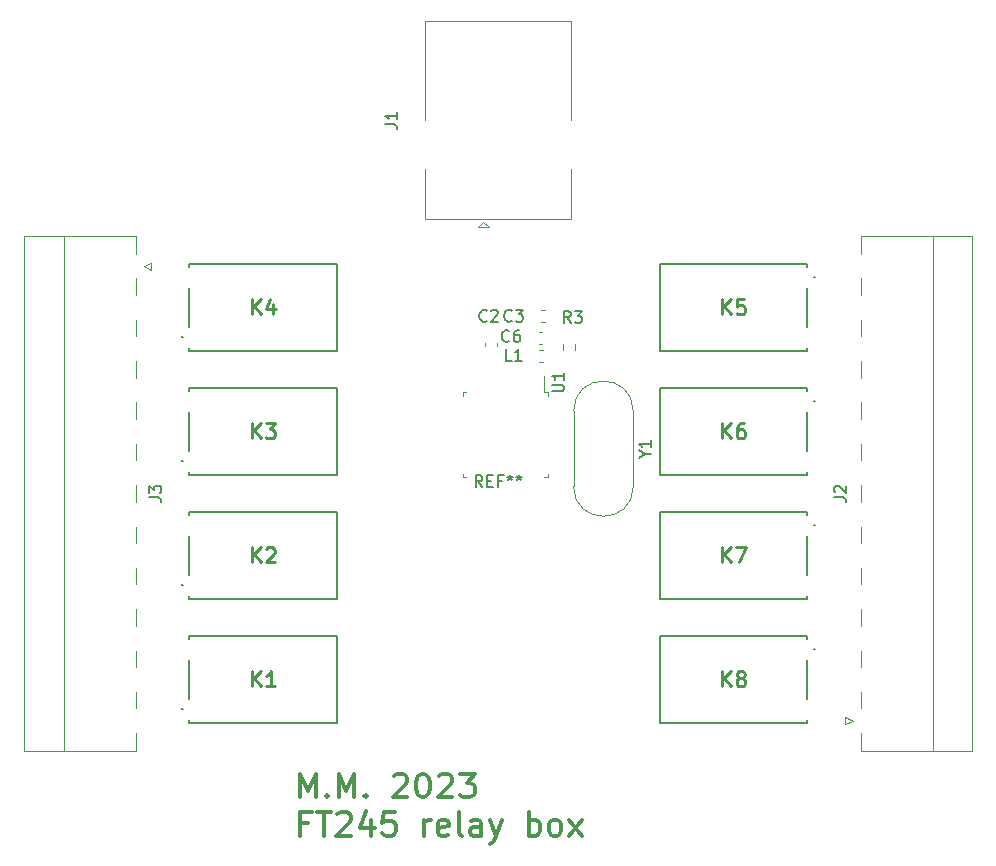
<source format=gbr>
%TF.GenerationSoftware,KiCad,Pcbnew,7.99.0-unknown-c06cea2fe9~166~ubuntu22.04.1*%
%TF.CreationDate,2023-02-26T22:53:06+01:00*%
%TF.ProjectId,FT245 relay,46543234-3520-4726-956c-61792e6b6963,rev?*%
%TF.SameCoordinates,Original*%
%TF.FileFunction,Legend,Top*%
%TF.FilePolarity,Positive*%
%FSLAX46Y46*%
G04 Gerber Fmt 4.6, Leading zero omitted, Abs format (unit mm)*
G04 Created by KiCad (PCBNEW 7.99.0-unknown-c06cea2fe9~166~ubuntu22.04.1) date 2023-02-26 22:53:06*
%MOMM*%
%LPD*%
G01*
G04 APERTURE LIST*
%ADD10C,0.300000*%
%ADD11C,0.150000*%
%ADD12C,0.254000*%
%ADD13C,0.120000*%
%ADD14C,0.200000*%
G04 APERTURE END LIST*
D10*
X-16748809Y-25740238D02*
X-16748809Y-23740238D01*
X-16748809Y-23740238D02*
X-16082142Y-25168809D01*
X-16082142Y-25168809D02*
X-15415476Y-23740238D01*
X-15415476Y-23740238D02*
X-15415476Y-25740238D01*
X-14463095Y-25549761D02*
X-14367857Y-25645000D01*
X-14367857Y-25645000D02*
X-14463095Y-25740238D01*
X-14463095Y-25740238D02*
X-14558333Y-25645000D01*
X-14558333Y-25645000D02*
X-14463095Y-25549761D01*
X-14463095Y-25549761D02*
X-14463095Y-25740238D01*
X-13510714Y-25740238D02*
X-13510714Y-23740238D01*
X-13510714Y-23740238D02*
X-12844047Y-25168809D01*
X-12844047Y-25168809D02*
X-12177381Y-23740238D01*
X-12177381Y-23740238D02*
X-12177381Y-25740238D01*
X-11225000Y-25549761D02*
X-11129762Y-25645000D01*
X-11129762Y-25645000D02*
X-11225000Y-25740238D01*
X-11225000Y-25740238D02*
X-11320238Y-25645000D01*
X-11320238Y-25645000D02*
X-11225000Y-25549761D01*
X-11225000Y-25549761D02*
X-11225000Y-25740238D01*
X-8844047Y-23930714D02*
X-8748809Y-23835476D01*
X-8748809Y-23835476D02*
X-8558333Y-23740238D01*
X-8558333Y-23740238D02*
X-8082142Y-23740238D01*
X-8082142Y-23740238D02*
X-7891666Y-23835476D01*
X-7891666Y-23835476D02*
X-7796428Y-23930714D01*
X-7796428Y-23930714D02*
X-7701190Y-24121190D01*
X-7701190Y-24121190D02*
X-7701190Y-24311666D01*
X-7701190Y-24311666D02*
X-7796428Y-24597380D01*
X-7796428Y-24597380D02*
X-8939285Y-25740238D01*
X-8939285Y-25740238D02*
X-7701190Y-25740238D01*
X-6463095Y-23740238D02*
X-6272618Y-23740238D01*
X-6272618Y-23740238D02*
X-6082142Y-23835476D01*
X-6082142Y-23835476D02*
X-5986904Y-23930714D01*
X-5986904Y-23930714D02*
X-5891666Y-24121190D01*
X-5891666Y-24121190D02*
X-5796428Y-24502142D01*
X-5796428Y-24502142D02*
X-5796428Y-24978333D01*
X-5796428Y-24978333D02*
X-5891666Y-25359285D01*
X-5891666Y-25359285D02*
X-5986904Y-25549761D01*
X-5986904Y-25549761D02*
X-6082142Y-25645000D01*
X-6082142Y-25645000D02*
X-6272618Y-25740238D01*
X-6272618Y-25740238D02*
X-6463095Y-25740238D01*
X-6463095Y-25740238D02*
X-6653571Y-25645000D01*
X-6653571Y-25645000D02*
X-6748809Y-25549761D01*
X-6748809Y-25549761D02*
X-6844047Y-25359285D01*
X-6844047Y-25359285D02*
X-6939285Y-24978333D01*
X-6939285Y-24978333D02*
X-6939285Y-24502142D01*
X-6939285Y-24502142D02*
X-6844047Y-24121190D01*
X-6844047Y-24121190D02*
X-6748809Y-23930714D01*
X-6748809Y-23930714D02*
X-6653571Y-23835476D01*
X-6653571Y-23835476D02*
X-6463095Y-23740238D01*
X-5034523Y-23930714D02*
X-4939285Y-23835476D01*
X-4939285Y-23835476D02*
X-4748809Y-23740238D01*
X-4748809Y-23740238D02*
X-4272618Y-23740238D01*
X-4272618Y-23740238D02*
X-4082142Y-23835476D01*
X-4082142Y-23835476D02*
X-3986904Y-23930714D01*
X-3986904Y-23930714D02*
X-3891666Y-24121190D01*
X-3891666Y-24121190D02*
X-3891666Y-24311666D01*
X-3891666Y-24311666D02*
X-3986904Y-24597380D01*
X-3986904Y-24597380D02*
X-5129761Y-25740238D01*
X-5129761Y-25740238D02*
X-3891666Y-25740238D01*
X-3224999Y-23740238D02*
X-1986904Y-23740238D01*
X-1986904Y-23740238D02*
X-2653571Y-24502142D01*
X-2653571Y-24502142D02*
X-2367856Y-24502142D01*
X-2367856Y-24502142D02*
X-2177380Y-24597380D01*
X-2177380Y-24597380D02*
X-2082142Y-24692619D01*
X-2082142Y-24692619D02*
X-1986904Y-24883095D01*
X-1986904Y-24883095D02*
X-1986904Y-25359285D01*
X-1986904Y-25359285D02*
X-2082142Y-25549761D01*
X-2082142Y-25549761D02*
X-2177380Y-25645000D01*
X-2177380Y-25645000D02*
X-2367856Y-25740238D01*
X-2367856Y-25740238D02*
X-2939285Y-25740238D01*
X-2939285Y-25740238D02*
X-3129761Y-25645000D01*
X-3129761Y-25645000D02*
X-3224999Y-25549761D01*
X-16082142Y-27932619D02*
X-16748809Y-27932619D01*
X-16748809Y-28980238D02*
X-16748809Y-26980238D01*
X-16748809Y-26980238D02*
X-15796428Y-26980238D01*
X-15320237Y-26980238D02*
X-14177380Y-26980238D01*
X-14748809Y-28980238D02*
X-14748809Y-26980238D01*
X-13605951Y-27170714D02*
X-13510713Y-27075476D01*
X-13510713Y-27075476D02*
X-13320237Y-26980238D01*
X-13320237Y-26980238D02*
X-12844046Y-26980238D01*
X-12844046Y-26980238D02*
X-12653570Y-27075476D01*
X-12653570Y-27075476D02*
X-12558332Y-27170714D01*
X-12558332Y-27170714D02*
X-12463094Y-27361190D01*
X-12463094Y-27361190D02*
X-12463094Y-27551666D01*
X-12463094Y-27551666D02*
X-12558332Y-27837380D01*
X-12558332Y-27837380D02*
X-13701189Y-28980238D01*
X-13701189Y-28980238D02*
X-12463094Y-28980238D01*
X-10748808Y-27646904D02*
X-10748808Y-28980238D01*
X-11224999Y-26885000D02*
X-11701189Y-28313571D01*
X-11701189Y-28313571D02*
X-10463094Y-28313571D01*
X-8748808Y-26980238D02*
X-9701189Y-26980238D01*
X-9701189Y-26980238D02*
X-9796427Y-27932619D01*
X-9796427Y-27932619D02*
X-9701189Y-27837380D01*
X-9701189Y-27837380D02*
X-9510713Y-27742142D01*
X-9510713Y-27742142D02*
X-9034522Y-27742142D01*
X-9034522Y-27742142D02*
X-8844046Y-27837380D01*
X-8844046Y-27837380D02*
X-8748808Y-27932619D01*
X-8748808Y-27932619D02*
X-8653570Y-28123095D01*
X-8653570Y-28123095D02*
X-8653570Y-28599285D01*
X-8653570Y-28599285D02*
X-8748808Y-28789761D01*
X-8748808Y-28789761D02*
X-8844046Y-28885000D01*
X-8844046Y-28885000D02*
X-9034522Y-28980238D01*
X-9034522Y-28980238D02*
X-9510713Y-28980238D01*
X-9510713Y-28980238D02*
X-9701189Y-28885000D01*
X-9701189Y-28885000D02*
X-9796427Y-28789761D01*
X-6272617Y-28980238D02*
X-6272617Y-27646904D01*
X-6272617Y-28027857D02*
X-6177379Y-27837380D01*
X-6177379Y-27837380D02*
X-6082141Y-27742142D01*
X-6082141Y-27742142D02*
X-5891665Y-27646904D01*
X-5891665Y-27646904D02*
X-5701188Y-27646904D01*
X-4272617Y-28885000D02*
X-4463093Y-28980238D01*
X-4463093Y-28980238D02*
X-4844046Y-28980238D01*
X-4844046Y-28980238D02*
X-5034522Y-28885000D01*
X-5034522Y-28885000D02*
X-5129760Y-28694523D01*
X-5129760Y-28694523D02*
X-5129760Y-27932619D01*
X-5129760Y-27932619D02*
X-5034522Y-27742142D01*
X-5034522Y-27742142D02*
X-4844046Y-27646904D01*
X-4844046Y-27646904D02*
X-4463093Y-27646904D01*
X-4463093Y-27646904D02*
X-4272617Y-27742142D01*
X-4272617Y-27742142D02*
X-4177379Y-27932619D01*
X-4177379Y-27932619D02*
X-4177379Y-28123095D01*
X-4177379Y-28123095D02*
X-5129760Y-28313571D01*
X-3034522Y-28980238D02*
X-3224998Y-28885000D01*
X-3224998Y-28885000D02*
X-3320236Y-28694523D01*
X-3320236Y-28694523D02*
X-3320236Y-26980238D01*
X-1415474Y-28980238D02*
X-1415474Y-27932619D01*
X-1415474Y-27932619D02*
X-1510712Y-27742142D01*
X-1510712Y-27742142D02*
X-1701188Y-27646904D01*
X-1701188Y-27646904D02*
X-2082141Y-27646904D01*
X-2082141Y-27646904D02*
X-2272617Y-27742142D01*
X-1415474Y-28885000D02*
X-1605950Y-28980238D01*
X-1605950Y-28980238D02*
X-2082141Y-28980238D01*
X-2082141Y-28980238D02*
X-2272617Y-28885000D01*
X-2272617Y-28885000D02*
X-2367855Y-28694523D01*
X-2367855Y-28694523D02*
X-2367855Y-28504047D01*
X-2367855Y-28504047D02*
X-2272617Y-28313571D01*
X-2272617Y-28313571D02*
X-2082141Y-28218333D01*
X-2082141Y-28218333D02*
X-1605950Y-28218333D01*
X-1605950Y-28218333D02*
X-1415474Y-28123095D01*
X-653569Y-27646904D02*
X-177379Y-28980238D01*
X298811Y-27646904D02*
X-177379Y-28980238D01*
X-177379Y-28980238D02*
X-367855Y-29456428D01*
X-367855Y-29456428D02*
X-463093Y-29551666D01*
X-463093Y-29551666D02*
X-653569Y-29646904D01*
X2584526Y-28980238D02*
X2584526Y-26980238D01*
X2584526Y-27742142D02*
X2775002Y-27646904D01*
X2775002Y-27646904D02*
X3155955Y-27646904D01*
X3155955Y-27646904D02*
X3346431Y-27742142D01*
X3346431Y-27742142D02*
X3441669Y-27837380D01*
X3441669Y-27837380D02*
X3536907Y-28027857D01*
X3536907Y-28027857D02*
X3536907Y-28599285D01*
X3536907Y-28599285D02*
X3441669Y-28789761D01*
X3441669Y-28789761D02*
X3346431Y-28885000D01*
X3346431Y-28885000D02*
X3155955Y-28980238D01*
X3155955Y-28980238D02*
X2775002Y-28980238D01*
X2775002Y-28980238D02*
X2584526Y-28885000D01*
X4679764Y-28980238D02*
X4489288Y-28885000D01*
X4489288Y-28885000D02*
X4394050Y-28789761D01*
X4394050Y-28789761D02*
X4298812Y-28599285D01*
X4298812Y-28599285D02*
X4298812Y-28027857D01*
X4298812Y-28027857D02*
X4394050Y-27837380D01*
X4394050Y-27837380D02*
X4489288Y-27742142D01*
X4489288Y-27742142D02*
X4679764Y-27646904D01*
X4679764Y-27646904D02*
X4965479Y-27646904D01*
X4965479Y-27646904D02*
X5155955Y-27742142D01*
X5155955Y-27742142D02*
X5251193Y-27837380D01*
X5251193Y-27837380D02*
X5346431Y-28027857D01*
X5346431Y-28027857D02*
X5346431Y-28599285D01*
X5346431Y-28599285D02*
X5251193Y-28789761D01*
X5251193Y-28789761D02*
X5155955Y-28885000D01*
X5155955Y-28885000D02*
X4965479Y-28980238D01*
X4965479Y-28980238D02*
X4679764Y-28980238D01*
X6013098Y-28980238D02*
X7060717Y-27646904D01*
X6013098Y-27646904D02*
X7060717Y-28980238D01*
D11*
%TO.C,REF\u002A\u002A*%
X-1333333Y537380D02*
X-1666666Y1013571D01*
X-1904761Y537380D02*
X-1904761Y1537380D01*
X-1904761Y1537380D02*
X-1523809Y1537380D01*
X-1523809Y1537380D02*
X-1428571Y1489761D01*
X-1428571Y1489761D02*
X-1380952Y1442142D01*
X-1380952Y1442142D02*
X-1333333Y1346904D01*
X-1333333Y1346904D02*
X-1333333Y1204047D01*
X-1333333Y1204047D02*
X-1380952Y1108809D01*
X-1380952Y1108809D02*
X-1428571Y1061190D01*
X-1428571Y1061190D02*
X-1523809Y1013571D01*
X-1523809Y1013571D02*
X-1904761Y1013571D01*
X-904761Y1061190D02*
X-571428Y1061190D01*
X-428571Y537380D02*
X-904761Y537380D01*
X-904761Y537380D02*
X-904761Y1537380D01*
X-904761Y1537380D02*
X-428571Y1537380D01*
X333333Y1061190D02*
X0Y1061190D01*
X0Y537380D02*
X0Y1537380D01*
X0Y1537380D02*
X476190Y1537380D01*
X1000000Y1537380D02*
X1000000Y1299285D01*
X761905Y1394523D02*
X1000000Y1299285D01*
X1000000Y1299285D02*
X1238095Y1394523D01*
X857143Y1108809D02*
X1000000Y1299285D01*
X1000000Y1299285D02*
X1142857Y1108809D01*
X1761905Y1537380D02*
X1761905Y1299285D01*
X1523810Y1394523D02*
X1761905Y1299285D01*
X1761905Y1299285D02*
X2000000Y1394523D01*
X1619048Y1108809D02*
X1761905Y1299285D01*
X1761905Y1299285D02*
X1904762Y1108809D01*
%TO.C,U1*%
X4562619Y8638095D02*
X5372142Y8638095D01*
X5372142Y8638095D02*
X5467380Y8685714D01*
X5467380Y8685714D02*
X5515000Y8733333D01*
X5515000Y8733333D02*
X5562619Y8828571D01*
X5562619Y8828571D02*
X5562619Y9019047D01*
X5562619Y9019047D02*
X5515000Y9114285D01*
X5515000Y9114285D02*
X5467380Y9161904D01*
X5467380Y9161904D02*
X5372142Y9209523D01*
X5372142Y9209523D02*
X4562619Y9209523D01*
X5562619Y10209523D02*
X5562619Y9638095D01*
X5562619Y9923809D02*
X4562619Y9923809D01*
X4562619Y9923809D02*
X4705476Y9828571D01*
X4705476Y9828571D02*
X4800714Y9733333D01*
X4800714Y9733333D02*
X4848333Y9638095D01*
%TO.C,L1*%
X1133333Y11237380D02*
X657143Y11237380D01*
X657143Y11237380D02*
X657143Y12237380D01*
X1990476Y11237380D02*
X1419048Y11237380D01*
X1704762Y11237380D02*
X1704762Y12237380D01*
X1704762Y12237380D02*
X1609524Y12094523D01*
X1609524Y12094523D02*
X1514286Y11999285D01*
X1514286Y11999285D02*
X1419048Y11951666D01*
%TO.C,C6*%
X933333Y12932619D02*
X885714Y12885000D01*
X885714Y12885000D02*
X742857Y12837380D01*
X742857Y12837380D02*
X647619Y12837380D01*
X647619Y12837380D02*
X504762Y12885000D01*
X504762Y12885000D02*
X409524Y12980238D01*
X409524Y12980238D02*
X361905Y13075476D01*
X361905Y13075476D02*
X314286Y13265952D01*
X314286Y13265952D02*
X314286Y13408809D01*
X314286Y13408809D02*
X361905Y13599285D01*
X361905Y13599285D02*
X409524Y13694523D01*
X409524Y13694523D02*
X504762Y13789761D01*
X504762Y13789761D02*
X647619Y13837380D01*
X647619Y13837380D02*
X742857Y13837380D01*
X742857Y13837380D02*
X885714Y13789761D01*
X885714Y13789761D02*
X933333Y13742142D01*
X1790476Y13837380D02*
X1600000Y13837380D01*
X1600000Y13837380D02*
X1504762Y13789761D01*
X1504762Y13789761D02*
X1457143Y13742142D01*
X1457143Y13742142D02*
X1361905Y13599285D01*
X1361905Y13599285D02*
X1314286Y13408809D01*
X1314286Y13408809D02*
X1314286Y13027857D01*
X1314286Y13027857D02*
X1361905Y12932619D01*
X1361905Y12932619D02*
X1409524Y12885000D01*
X1409524Y12885000D02*
X1504762Y12837380D01*
X1504762Y12837380D02*
X1695238Y12837380D01*
X1695238Y12837380D02*
X1790476Y12885000D01*
X1790476Y12885000D02*
X1838095Y12932619D01*
X1838095Y12932619D02*
X1885714Y13027857D01*
X1885714Y13027857D02*
X1885714Y13265952D01*
X1885714Y13265952D02*
X1838095Y13361190D01*
X1838095Y13361190D02*
X1790476Y13408809D01*
X1790476Y13408809D02*
X1695238Y13456428D01*
X1695238Y13456428D02*
X1504762Y13456428D01*
X1504762Y13456428D02*
X1409524Y13408809D01*
X1409524Y13408809D02*
X1361905Y13361190D01*
X1361905Y13361190D02*
X1314286Y13265952D01*
D12*
%TO.C,K8*%
X18972618Y-16337526D02*
X18972618Y-15067526D01*
X19698333Y-16337526D02*
X19154047Y-15611811D01*
X19698333Y-15067526D02*
X18972618Y-15793240D01*
X20424047Y-15611811D02*
X20303095Y-15551335D01*
X20303095Y-15551335D02*
X20242618Y-15490859D01*
X20242618Y-15490859D02*
X20182142Y-15369907D01*
X20182142Y-15369907D02*
X20182142Y-15309430D01*
X20182142Y-15309430D02*
X20242618Y-15188478D01*
X20242618Y-15188478D02*
X20303095Y-15128002D01*
X20303095Y-15128002D02*
X20424047Y-15067526D01*
X20424047Y-15067526D02*
X20665952Y-15067526D01*
X20665952Y-15067526D02*
X20786904Y-15128002D01*
X20786904Y-15128002D02*
X20847380Y-15188478D01*
X20847380Y-15188478D02*
X20907857Y-15309430D01*
X20907857Y-15309430D02*
X20907857Y-15369907D01*
X20907857Y-15369907D02*
X20847380Y-15490859D01*
X20847380Y-15490859D02*
X20786904Y-15551335D01*
X20786904Y-15551335D02*
X20665952Y-15611811D01*
X20665952Y-15611811D02*
X20424047Y-15611811D01*
X20424047Y-15611811D02*
X20303095Y-15672288D01*
X20303095Y-15672288D02*
X20242618Y-15732764D01*
X20242618Y-15732764D02*
X20182142Y-15853716D01*
X20182142Y-15853716D02*
X20182142Y-16095621D01*
X20182142Y-16095621D02*
X20242618Y-16216573D01*
X20242618Y-16216573D02*
X20303095Y-16277050D01*
X20303095Y-16277050D02*
X20424047Y-16337526D01*
X20424047Y-16337526D02*
X20665952Y-16337526D01*
X20665952Y-16337526D02*
X20786904Y-16277050D01*
X20786904Y-16277050D02*
X20847380Y-16216573D01*
X20847380Y-16216573D02*
X20907857Y-16095621D01*
X20907857Y-16095621D02*
X20907857Y-15853716D01*
X20907857Y-15853716D02*
X20847380Y-15732764D01*
X20847380Y-15732764D02*
X20786904Y-15672288D01*
X20786904Y-15672288D02*
X20665952Y-15611811D01*
%TO.C,K7*%
X18972618Y-5837526D02*
X18972618Y-4567526D01*
X19698333Y-5837526D02*
X19154047Y-5111811D01*
X19698333Y-4567526D02*
X18972618Y-5293240D01*
X20121666Y-4567526D02*
X20968333Y-4567526D01*
X20968333Y-4567526D02*
X20424047Y-5837526D01*
%TO.C,K6*%
X18972618Y4662473D02*
X18972618Y5932473D01*
X19698333Y4662473D02*
X19154047Y5388188D01*
X19698333Y5932473D02*
X18972618Y5206759D01*
X20786904Y5932473D02*
X20544999Y5932473D01*
X20544999Y5932473D02*
X20424047Y5871997D01*
X20424047Y5871997D02*
X20363571Y5811521D01*
X20363571Y5811521D02*
X20242618Y5630092D01*
X20242618Y5630092D02*
X20182142Y5388188D01*
X20182142Y5388188D02*
X20182142Y4904378D01*
X20182142Y4904378D02*
X20242618Y4783426D01*
X20242618Y4783426D02*
X20303095Y4722950D01*
X20303095Y4722950D02*
X20424047Y4662473D01*
X20424047Y4662473D02*
X20665952Y4662473D01*
X20665952Y4662473D02*
X20786904Y4722950D01*
X20786904Y4722950D02*
X20847380Y4783426D01*
X20847380Y4783426D02*
X20907857Y4904378D01*
X20907857Y4904378D02*
X20907857Y5206759D01*
X20907857Y5206759D02*
X20847380Y5327711D01*
X20847380Y5327711D02*
X20786904Y5388188D01*
X20786904Y5388188D02*
X20665952Y5448664D01*
X20665952Y5448664D02*
X20424047Y5448664D01*
X20424047Y5448664D02*
X20303095Y5388188D01*
X20303095Y5388188D02*
X20242618Y5327711D01*
X20242618Y5327711D02*
X20182142Y5206759D01*
%TO.C,K5*%
X18972618Y15162473D02*
X18972618Y16432473D01*
X19698333Y15162473D02*
X19154047Y15888188D01*
X19698333Y16432473D02*
X18972618Y15706759D01*
X20847380Y16432473D02*
X20242618Y16432473D01*
X20242618Y16432473D02*
X20182142Y15827711D01*
X20182142Y15827711D02*
X20242618Y15888188D01*
X20242618Y15888188D02*
X20363571Y15948664D01*
X20363571Y15948664D02*
X20665952Y15948664D01*
X20665952Y15948664D02*
X20786904Y15888188D01*
X20786904Y15888188D02*
X20847380Y15827711D01*
X20847380Y15827711D02*
X20907857Y15706759D01*
X20907857Y15706759D02*
X20907857Y15404378D01*
X20907857Y15404378D02*
X20847380Y15283426D01*
X20847380Y15283426D02*
X20786904Y15222950D01*
X20786904Y15222950D02*
X20665952Y15162473D01*
X20665952Y15162473D02*
X20363571Y15162473D01*
X20363571Y15162473D02*
X20242618Y15222950D01*
X20242618Y15222950D02*
X20182142Y15283426D01*
%TO.C,K4*%
X-20847381Y15162473D02*
X-20847381Y16432473D01*
X-20121666Y15162473D02*
X-20665952Y15888188D01*
X-20121666Y16432473D02*
X-20847381Y15706759D01*
X-19033095Y16009140D02*
X-19033095Y15162473D01*
X-19335476Y16492950D02*
X-19637857Y15585807D01*
X-19637857Y15585807D02*
X-18851666Y15585807D01*
%TO.C,K3*%
X-20847381Y4662473D02*
X-20847381Y5932473D01*
X-20121666Y4662473D02*
X-20665952Y5388188D01*
X-20121666Y5932473D02*
X-20847381Y5206759D01*
X-19698333Y5932473D02*
X-18912142Y5932473D01*
X-18912142Y5932473D02*
X-19335476Y5448664D01*
X-19335476Y5448664D02*
X-19154047Y5448664D01*
X-19154047Y5448664D02*
X-19033095Y5388188D01*
X-19033095Y5388188D02*
X-18972619Y5327711D01*
X-18972619Y5327711D02*
X-18912142Y5206759D01*
X-18912142Y5206759D02*
X-18912142Y4904378D01*
X-18912142Y4904378D02*
X-18972619Y4783426D01*
X-18972619Y4783426D02*
X-19033095Y4722950D01*
X-19033095Y4722950D02*
X-19154047Y4662473D01*
X-19154047Y4662473D02*
X-19516904Y4662473D01*
X-19516904Y4662473D02*
X-19637857Y4722950D01*
X-19637857Y4722950D02*
X-19698333Y4783426D01*
%TO.C,K2*%
X-20847381Y-5837526D02*
X-20847381Y-4567526D01*
X-20121666Y-5837526D02*
X-20665952Y-5111811D01*
X-20121666Y-4567526D02*
X-20847381Y-5293240D01*
X-19637857Y-4688478D02*
X-19577381Y-4628002D01*
X-19577381Y-4628002D02*
X-19456428Y-4567526D01*
X-19456428Y-4567526D02*
X-19154047Y-4567526D01*
X-19154047Y-4567526D02*
X-19033095Y-4628002D01*
X-19033095Y-4628002D02*
X-18972619Y-4688478D01*
X-18972619Y-4688478D02*
X-18912142Y-4809430D01*
X-18912142Y-4809430D02*
X-18912142Y-4930383D01*
X-18912142Y-4930383D02*
X-18972619Y-5111811D01*
X-18972619Y-5111811D02*
X-19698333Y-5837526D01*
X-19698333Y-5837526D02*
X-18912142Y-5837526D01*
%TO.C,K1*%
X-20847381Y-16337526D02*
X-20847381Y-15067526D01*
X-20121666Y-16337526D02*
X-20665952Y-15611811D01*
X-20121666Y-15067526D02*
X-20847381Y-15793240D01*
X-18912142Y-16337526D02*
X-19637857Y-16337526D01*
X-19275000Y-16337526D02*
X-19275000Y-15067526D01*
X-19275000Y-15067526D02*
X-19395952Y-15248954D01*
X-19395952Y-15248954D02*
X-19516904Y-15369907D01*
X-19516904Y-15369907D02*
X-19637857Y-15430383D01*
D11*
%TO.C,J1*%
X-9557380Y31269166D02*
X-8843095Y31269166D01*
X-8843095Y31269166D02*
X-8700238Y31221547D01*
X-8700238Y31221547D02*
X-8605000Y31126309D01*
X-8605000Y31126309D02*
X-8557380Y30983452D01*
X-8557380Y30983452D02*
X-8557380Y30888214D01*
X-8557380Y32269166D02*
X-8557380Y31697738D01*
X-8557380Y31983452D02*
X-9557380Y31983452D01*
X-9557380Y31983452D02*
X-9414523Y31888214D01*
X-9414523Y31888214D02*
X-9319285Y31792976D01*
X-9319285Y31792976D02*
X-9271666Y31697738D01*
%TO.C,Y1*%
X12421428Y3313809D02*
X12897619Y3313809D01*
X11897619Y2980476D02*
X12421428Y3313809D01*
X12421428Y3313809D02*
X11897619Y3647142D01*
X12897619Y4504285D02*
X12897619Y3932857D01*
X12897619Y4218571D02*
X11897619Y4218571D01*
X11897619Y4218571D02*
X12040476Y4123333D01*
X12040476Y4123333D02*
X12135714Y4028095D01*
X12135714Y4028095D02*
X12183333Y3932857D01*
%TO.C,C3*%
X1133333Y14632619D02*
X1085714Y14585000D01*
X1085714Y14585000D02*
X942857Y14537380D01*
X942857Y14537380D02*
X847619Y14537380D01*
X847619Y14537380D02*
X704762Y14585000D01*
X704762Y14585000D02*
X609524Y14680238D01*
X609524Y14680238D02*
X561905Y14775476D01*
X561905Y14775476D02*
X514286Y14965952D01*
X514286Y14965952D02*
X514286Y15108809D01*
X514286Y15108809D02*
X561905Y15299285D01*
X561905Y15299285D02*
X609524Y15394523D01*
X609524Y15394523D02*
X704762Y15489761D01*
X704762Y15489761D02*
X847619Y15537380D01*
X847619Y15537380D02*
X942857Y15537380D01*
X942857Y15537380D02*
X1085714Y15489761D01*
X1085714Y15489761D02*
X1133333Y15442142D01*
X1466667Y15537380D02*
X2085714Y15537380D01*
X2085714Y15537380D02*
X1752381Y15156428D01*
X1752381Y15156428D02*
X1895238Y15156428D01*
X1895238Y15156428D02*
X1990476Y15108809D01*
X1990476Y15108809D02*
X2038095Y15061190D01*
X2038095Y15061190D02*
X2085714Y14965952D01*
X2085714Y14965952D02*
X2085714Y14727857D01*
X2085714Y14727857D02*
X2038095Y14632619D01*
X2038095Y14632619D02*
X1990476Y14585000D01*
X1990476Y14585000D02*
X1895238Y14537380D01*
X1895238Y14537380D02*
X1609524Y14537380D01*
X1609524Y14537380D02*
X1514286Y14585000D01*
X1514286Y14585000D02*
X1466667Y14632619D01*
%TO.C,C2*%
X-966666Y14632619D02*
X-1014285Y14585000D01*
X-1014285Y14585000D02*
X-1157142Y14537380D01*
X-1157142Y14537380D02*
X-1252380Y14537380D01*
X-1252380Y14537380D02*
X-1395237Y14585000D01*
X-1395237Y14585000D02*
X-1490475Y14680238D01*
X-1490475Y14680238D02*
X-1538094Y14775476D01*
X-1538094Y14775476D02*
X-1585713Y14965952D01*
X-1585713Y14965952D02*
X-1585713Y15108809D01*
X-1585713Y15108809D02*
X-1538094Y15299285D01*
X-1538094Y15299285D02*
X-1490475Y15394523D01*
X-1490475Y15394523D02*
X-1395237Y15489761D01*
X-1395237Y15489761D02*
X-1252380Y15537380D01*
X-1252380Y15537380D02*
X-1157142Y15537380D01*
X-1157142Y15537380D02*
X-1014285Y15489761D01*
X-1014285Y15489761D02*
X-966666Y15442142D01*
X-585713Y15442142D02*
X-538094Y15489761D01*
X-538094Y15489761D02*
X-442856Y15537380D01*
X-442856Y15537380D02*
X-204761Y15537380D01*
X-204761Y15537380D02*
X-109523Y15489761D01*
X-109523Y15489761D02*
X-61904Y15442142D01*
X-61904Y15442142D02*
X-14285Y15346904D01*
X-14285Y15346904D02*
X-14285Y15251666D01*
X-14285Y15251666D02*
X-61904Y15108809D01*
X-61904Y15108809D02*
X-633332Y14537380D01*
X-633332Y14537380D02*
X-14285Y14537380D01*
%TO.C,J2*%
X28462619Y-333333D02*
X29176904Y-333333D01*
X29176904Y-333333D02*
X29319761Y-380952D01*
X29319761Y-380952D02*
X29415000Y-476190D01*
X29415000Y-476190D02*
X29462619Y-619047D01*
X29462619Y-619047D02*
X29462619Y-714285D01*
X28557857Y95238D02*
X28510238Y142857D01*
X28510238Y142857D02*
X28462619Y238095D01*
X28462619Y238095D02*
X28462619Y476190D01*
X28462619Y476190D02*
X28510238Y571428D01*
X28510238Y571428D02*
X28557857Y619047D01*
X28557857Y619047D02*
X28653095Y666666D01*
X28653095Y666666D02*
X28748333Y666666D01*
X28748333Y666666D02*
X28891190Y619047D01*
X28891190Y619047D02*
X29462619Y47619D01*
X29462619Y47619D02*
X29462619Y666666D01*
%TO.C,R3*%
X6133333Y14437380D02*
X5800000Y14913571D01*
X5561905Y14437380D02*
X5561905Y15437380D01*
X5561905Y15437380D02*
X5942857Y15437380D01*
X5942857Y15437380D02*
X6038095Y15389761D01*
X6038095Y15389761D02*
X6085714Y15342142D01*
X6085714Y15342142D02*
X6133333Y15246904D01*
X6133333Y15246904D02*
X6133333Y15104047D01*
X6133333Y15104047D02*
X6085714Y15008809D01*
X6085714Y15008809D02*
X6038095Y14961190D01*
X6038095Y14961190D02*
X5942857Y14913571D01*
X5942857Y14913571D02*
X5561905Y14913571D01*
X6466667Y15437380D02*
X7085714Y15437380D01*
X7085714Y15437380D02*
X6752381Y15056428D01*
X6752381Y15056428D02*
X6895238Y15056428D01*
X6895238Y15056428D02*
X6990476Y15008809D01*
X6990476Y15008809D02*
X7038095Y14961190D01*
X7038095Y14961190D02*
X7085714Y14865952D01*
X7085714Y14865952D02*
X7085714Y14627857D01*
X7085714Y14627857D02*
X7038095Y14532619D01*
X7038095Y14532619D02*
X6990476Y14485000D01*
X6990476Y14485000D02*
X6895238Y14437380D01*
X6895238Y14437380D02*
X6609524Y14437380D01*
X6609524Y14437380D02*
X6514286Y14485000D01*
X6514286Y14485000D02*
X6466667Y14532619D01*
%TO.C,J3*%
X-29537380Y-333333D02*
X-28823095Y-333333D01*
X-28823095Y-333333D02*
X-28680238Y-380952D01*
X-28680238Y-380952D02*
X-28585000Y-476190D01*
X-28585000Y-476190D02*
X-28537380Y-619047D01*
X-28537380Y-619047D02*
X-28537380Y-714285D01*
X-29537380Y47619D02*
X-29537380Y666666D01*
X-29537380Y666666D02*
X-29156428Y333333D01*
X-29156428Y333333D02*
X-29156428Y476190D01*
X-29156428Y476190D02*
X-29108809Y571428D01*
X-29108809Y571428D02*
X-29061190Y619047D01*
X-29061190Y619047D02*
X-28965952Y666666D01*
X-28965952Y666666D02*
X-28727857Y666666D01*
X-28727857Y666666D02*
X-28632619Y619047D01*
X-28632619Y619047D02*
X-28585000Y571428D01*
X-28585000Y571428D02*
X-28537380Y476190D01*
X-28537380Y476190D02*
X-28537380Y190476D01*
X-28537380Y190476D02*
X-28585000Y95238D01*
X-28585000Y95238D02*
X-28632619Y47619D01*
D13*
%TO.C,U1*%
X4200000Y8590000D02*
X3900000Y8590000D01*
X-3020000Y1670000D02*
X-3020000Y1370000D01*
X4200000Y1370000D02*
X3900000Y1370000D01*
X3900000Y8590000D02*
X3900000Y9905000D01*
X4200000Y1670000D02*
X4200000Y1370000D01*
X-3020000Y1370000D02*
X-2720000Y1370000D01*
X-3020000Y8590000D02*
X-2720000Y8590000D01*
X-3020000Y8290000D02*
X-3020000Y8590000D01*
X4200000Y8290000D02*
X4200000Y8590000D01*
%TO.C,L1*%
X3762779Y12110000D02*
X3437221Y12110000D01*
X3762779Y11090000D02*
X3437221Y11090000D01*
%TO.C,C6*%
X3740580Y13710000D02*
X3459420Y13710000D01*
X3740580Y12690000D02*
X3459420Y12690000D01*
D14*
%TO.C,K8*%
X26810000Y-13210000D02*
X26810000Y-13210000D01*
X26810000Y-13210000D02*
X26810000Y-13210000D01*
X26710000Y-13210000D02*
X26710000Y-13210000D01*
X26160000Y-19450000D02*
X13660000Y-19450000D01*
X26160000Y-19210000D02*
X26160000Y-19450000D01*
X26160000Y-17410000D02*
X26160000Y-14110000D01*
X26160000Y-12050000D02*
X26160000Y-12310000D01*
X13660000Y-19450000D02*
X13660000Y-12050000D01*
X13660000Y-12050000D02*
X26160000Y-12050000D01*
X26710000Y-13210000D02*
G75*
G03*
X26810000Y-13210000I50000J0D01*
G01*
X26810000Y-13210000D02*
G75*
G03*
X26710000Y-13210000I-50000J0D01*
G01*
X26810000Y-13210000D02*
G75*
G03*
X26710000Y-13210000I-50000J0D01*
G01*
%TO.C,K7*%
X26810000Y-2710000D02*
X26810000Y-2710000D01*
X26810000Y-2710000D02*
X26810000Y-2710000D01*
X26710000Y-2710000D02*
X26710000Y-2710000D01*
X26160000Y-8950000D02*
X13660000Y-8950000D01*
X26160000Y-8710000D02*
X26160000Y-8950000D01*
X26160000Y-6910000D02*
X26160000Y-3610000D01*
X26160000Y-1550000D02*
X26160000Y-1810000D01*
X13660000Y-8950000D02*
X13660000Y-1550000D01*
X13660000Y-1550000D02*
X26160000Y-1550000D01*
X26710000Y-2710000D02*
G75*
G03*
X26810000Y-2710000I50000J0D01*
G01*
X26810000Y-2710000D02*
G75*
G03*
X26710000Y-2710000I-50000J0D01*
G01*
X26810000Y-2710000D02*
G75*
G03*
X26710000Y-2710000I-50000J0D01*
G01*
%TO.C,K6*%
X26810000Y7790000D02*
X26810000Y7790000D01*
X26810000Y7790000D02*
X26810000Y7790000D01*
X26710000Y7790000D02*
X26710000Y7790000D01*
X26160000Y1550000D02*
X13660000Y1550000D01*
X26160000Y1790000D02*
X26160000Y1550000D01*
X26160000Y3590000D02*
X26160000Y6890000D01*
X26160000Y8950000D02*
X26160000Y8690000D01*
X13660000Y1550000D02*
X13660000Y8950000D01*
X13660000Y8950000D02*
X26160000Y8950000D01*
X26710000Y7790000D02*
G75*
G03*
X26810000Y7790000I50000J0D01*
G01*
X26810000Y7790000D02*
G75*
G03*
X26710000Y7790000I-50000J0D01*
G01*
X26810000Y7790000D02*
G75*
G03*
X26710000Y7790000I-50000J0D01*
G01*
%TO.C,K5*%
X26810000Y18290000D02*
X26810000Y18290000D01*
X26810000Y18290000D02*
X26810000Y18290000D01*
X26710000Y18290000D02*
X26710000Y18290000D01*
X26160000Y12050000D02*
X13660000Y12050000D01*
X26160000Y12290000D02*
X26160000Y12050000D01*
X26160000Y14090000D02*
X26160000Y17390000D01*
X26160000Y19450000D02*
X26160000Y19190000D01*
X13660000Y12050000D02*
X13660000Y19450000D01*
X13660000Y19450000D02*
X26160000Y19450000D01*
X26710000Y18290000D02*
G75*
G03*
X26810000Y18290000I50000J0D01*
G01*
X26810000Y18290000D02*
G75*
G03*
X26710000Y18290000I-50000J0D01*
G01*
X26810000Y18290000D02*
G75*
G03*
X26710000Y18290000I-50000J0D01*
G01*
%TO.C,K4*%
X-26810000Y13210000D02*
X-26810000Y13210000D01*
X-26810000Y13210000D02*
X-26810000Y13210000D01*
X-26710000Y13210000D02*
X-26710000Y13210000D01*
X-26160000Y19450000D02*
X-13660000Y19450000D01*
X-26160000Y19210000D02*
X-26160000Y19450000D01*
X-26160000Y17410000D02*
X-26160000Y14110000D01*
X-26160000Y12050000D02*
X-26160000Y12310000D01*
X-13660000Y19450000D02*
X-13660000Y12050000D01*
X-13660000Y12050000D02*
X-26160000Y12050000D01*
X-26710000Y13210000D02*
G75*
G03*
X-26810000Y13210000I-50000J0D01*
G01*
X-26810000Y13210000D02*
G75*
G03*
X-26710000Y13210000I50000J0D01*
G01*
X-26810000Y13210000D02*
G75*
G03*
X-26710000Y13210000I50000J0D01*
G01*
%TO.C,K3*%
X-26810000Y2710000D02*
X-26810000Y2710000D01*
X-26810000Y2710000D02*
X-26810000Y2710000D01*
X-26710000Y2710000D02*
X-26710000Y2710000D01*
X-26160000Y8950000D02*
X-13660000Y8950000D01*
X-26160000Y8710000D02*
X-26160000Y8950000D01*
X-26160000Y6910000D02*
X-26160000Y3610000D01*
X-26160000Y1550000D02*
X-26160000Y1810000D01*
X-13660000Y8950000D02*
X-13660000Y1550000D01*
X-13660000Y1550000D02*
X-26160000Y1550000D01*
X-26710000Y2710000D02*
G75*
G03*
X-26810000Y2710000I-50000J0D01*
G01*
X-26810000Y2710000D02*
G75*
G03*
X-26710000Y2710000I50000J0D01*
G01*
X-26810000Y2710000D02*
G75*
G03*
X-26710000Y2710000I50000J0D01*
G01*
%TO.C,K2*%
X-26810000Y-7790000D02*
X-26810000Y-7790000D01*
X-26810000Y-7790000D02*
X-26810000Y-7790000D01*
X-26710000Y-7790000D02*
X-26710000Y-7790000D01*
X-26160000Y-1550000D02*
X-13660000Y-1550000D01*
X-26160000Y-1790000D02*
X-26160000Y-1550000D01*
X-26160000Y-3590000D02*
X-26160000Y-6890000D01*
X-26160000Y-8950000D02*
X-26160000Y-8690000D01*
X-13660000Y-1550000D02*
X-13660000Y-8950000D01*
X-13660000Y-8950000D02*
X-26160000Y-8950000D01*
X-26710000Y-7790000D02*
G75*
G03*
X-26810000Y-7790000I-50000J0D01*
G01*
X-26810000Y-7790000D02*
G75*
G03*
X-26710000Y-7790000I50000J0D01*
G01*
X-26810000Y-7790000D02*
G75*
G03*
X-26710000Y-7790000I50000J0D01*
G01*
%TO.C,K1*%
X-26810000Y-18290000D02*
X-26810000Y-18290000D01*
X-26810000Y-18290000D02*
X-26810000Y-18290000D01*
X-26710000Y-18290000D02*
X-26710000Y-18290000D01*
X-26160000Y-12050000D02*
X-13660000Y-12050000D01*
X-26160000Y-12290000D02*
X-26160000Y-12050000D01*
X-26160000Y-14090000D02*
X-26160000Y-17390000D01*
X-26160000Y-19450000D02*
X-26160000Y-19190000D01*
X-13660000Y-12050000D02*
X-13660000Y-19450000D01*
X-13660000Y-19450000D02*
X-26160000Y-19450000D01*
X-26710000Y-18290000D02*
G75*
G03*
X-26810000Y-18290000I-50000J0D01*
G01*
X-26810000Y-18290000D02*
G75*
G03*
X-26710000Y-18290000I50000J0D01*
G01*
X-26810000Y-18290000D02*
G75*
G03*
X-26710000Y-18290000I50000J0D01*
G01*
D13*
%TO.C,J1*%
X-6160000Y39962500D02*
X6160000Y39962500D01*
X-6160000Y27502500D02*
X-6160000Y23242500D01*
X-750000Y22522500D02*
X-1250000Y23022500D01*
X-6160000Y31602500D02*
X-6160000Y39962500D01*
X6160000Y39962500D02*
X6160000Y31602500D01*
X6160000Y23242500D02*
X6160000Y27502500D01*
X-6160000Y23242500D02*
X6160000Y23242500D01*
X-1250000Y23022500D02*
X-1750000Y22522500D01*
X-1750000Y22522500D02*
X-750000Y22522500D01*
%TO.C,Y1*%
X11435000Y6990000D02*
X11435000Y590000D01*
X6385000Y6990000D02*
X6385000Y590000D01*
X11435000Y6990000D02*
G75*
G03*
X6385000Y6990000I-2525000J0D01*
G01*
X6385000Y590000D02*
G75*
G03*
X11435000Y590000I2525000J0D01*
G01*
%TO.C,C3*%
X3940580Y15510000D02*
X3659420Y15510000D01*
X3940580Y14490000D02*
X3659420Y14490000D01*
%TO.C,C2*%
X-90000Y12459420D02*
X-90000Y12740580D01*
X-1110000Y12459420D02*
X-1110000Y12740580D01*
%TO.C,J2*%
X30690000Y13300000D02*
X30690000Y14700000D01*
X40110000Y21810000D02*
X30690000Y21810000D01*
X30690000Y-11200000D02*
X30690000Y-9800000D01*
X30690000Y-7700000D02*
X30690000Y-6300000D01*
X30690000Y-18200000D02*
X30690000Y-16800000D01*
X30690000Y-21810000D02*
X40110000Y-21810000D01*
X30690000Y9800000D02*
X30690000Y11200000D01*
X30690000Y6300000D02*
X30690000Y7700000D01*
X30690000Y-4200000D02*
X30690000Y-2800000D01*
X29400000Y-19550000D02*
X29400000Y-18950000D01*
X36800000Y-21810000D02*
X36800000Y21810000D01*
X30000000Y-19250000D02*
X29400000Y-19550000D01*
X30690000Y16800000D02*
X30690000Y18200000D01*
X29400000Y-18950000D02*
X30000000Y-19250000D01*
X30690000Y-14700000D02*
X30690000Y-13300000D01*
X40110000Y-21810000D02*
X40110000Y21810000D01*
X30690000Y-21810000D02*
X30690000Y-20300000D01*
X30690000Y-700000D02*
X30690000Y700000D01*
X30690000Y21810000D02*
X30690000Y20300000D01*
X30690000Y2800000D02*
X30690000Y4200000D01*
%TO.C,R3*%
X5477500Y12637258D02*
X5477500Y12162742D01*
X6522500Y12637258D02*
X6522500Y12162742D01*
%TO.C,J3*%
X-30690000Y-13300000D02*
X-30690000Y-14700000D01*
X-40110000Y-21810000D02*
X-30690000Y-21810000D01*
X-30690000Y11200000D02*
X-30690000Y9800000D01*
X-30690000Y7700000D02*
X-30690000Y6300000D01*
X-30690000Y18200000D02*
X-30690000Y16800000D01*
X-30690000Y21810000D02*
X-40110000Y21810000D01*
X-30690000Y-9800000D02*
X-30690000Y-11200000D01*
X-30690000Y-6300000D02*
X-30690000Y-7700000D01*
X-30690000Y4200000D02*
X-30690000Y2800000D01*
X-29400000Y19550000D02*
X-29400000Y18950000D01*
X-36800000Y21810000D02*
X-36800000Y-21810000D01*
X-30000000Y19250000D02*
X-29400000Y19550000D01*
X-30690000Y-16800000D02*
X-30690000Y-18200000D01*
X-29400000Y18950000D02*
X-30000000Y19250000D01*
X-30690000Y14700000D02*
X-30690000Y13300000D01*
X-40110000Y21810000D02*
X-40110000Y-21810000D01*
X-30690000Y21810000D02*
X-30690000Y20300000D01*
X-30690000Y700000D02*
X-30690000Y-700000D01*
X-30690000Y-21810000D02*
X-30690000Y-20300000D01*
X-30690000Y-2800000D02*
X-30690000Y-4200000D01*
%TD*%
M02*

</source>
